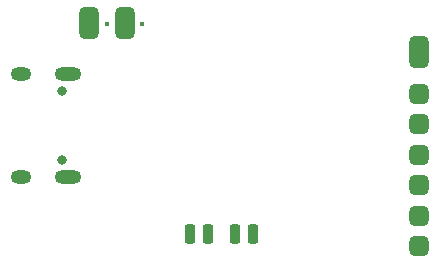
<source format=gbs>
G04*
G04 #@! TF.GenerationSoftware,Altium Limited,Altium Designer,18.1.7 (191)*
G04*
G04 Layer_Color=16711935*
%FSLAX25Y25*%
%MOIN*%
G70*
G01*
G75*
%ADD71O,0.08868X0.04537*%
%ADD72O,0.06899X0.04537*%
%ADD73C,0.03159*%
%ADD74C,0.01600*%
G04:AMPARAMS|DCode=88|XSize=66mil|YSize=36mil|CornerRadius=10.5mil|HoleSize=0mil|Usage=FLASHONLY|Rotation=90.000|XOffset=0mil|YOffset=0mil|HoleType=Round|Shape=RoundedRectangle|*
%AMROUNDEDRECTD88*
21,1,0.06600,0.01500,0,0,90.0*
21,1,0.04500,0.03600,0,0,90.0*
1,1,0.02100,0.00750,0.02250*
1,1,0.02100,0.00750,-0.02250*
1,1,0.02100,-0.00750,-0.02250*
1,1,0.02100,-0.00750,0.02250*
%
%ADD88ROUNDEDRECTD88*%
G04:AMPARAMS|DCode=89|XSize=66mil|YSize=106mil|CornerRadius=18mil|HoleSize=0mil|Usage=FLASHONLY|Rotation=0.000|XOffset=0mil|YOffset=0mil|HoleType=Round|Shape=RoundedRectangle|*
%AMROUNDEDRECTD89*
21,1,0.06600,0.07000,0,0,0.0*
21,1,0.03000,0.10600,0,0,0.0*
1,1,0.03600,0.01500,-0.03500*
1,1,0.03600,-0.01500,-0.03500*
1,1,0.03600,-0.01500,0.03500*
1,1,0.03600,0.01500,0.03500*
%
%ADD89ROUNDEDRECTD89*%
G04:AMPARAMS|DCode=90|XSize=106mil|YSize=66mil|CornerRadius=18mil|HoleSize=0mil|Usage=FLASHONLY|Rotation=90.000|XOffset=0mil|YOffset=0mil|HoleType=Round|Shape=RoundedRectangle|*
%AMROUNDEDRECTD90*
21,1,0.10600,0.03000,0,0,90.0*
21,1,0.07000,0.06600,0,0,90.0*
1,1,0.03600,0.01500,0.03500*
1,1,0.03600,0.01500,-0.03500*
1,1,0.03600,-0.01500,-0.03500*
1,1,0.03600,-0.01500,0.03500*
%
%ADD90ROUNDEDRECTD90*%
G04:AMPARAMS|DCode=91|XSize=66mil|YSize=66mil|CornerRadius=18mil|HoleSize=0mil|Usage=FLASHONLY|Rotation=0.000|XOffset=0mil|YOffset=0mil|HoleType=Round|Shape=RoundedRectangle|*
%AMROUNDEDRECTD91*
21,1,0.06600,0.03000,0,0,0.0*
21,1,0.03000,0.06600,0,0,0.0*
1,1,0.03600,0.01500,-0.01500*
1,1,0.03600,-0.01500,-0.01500*
1,1,0.03600,-0.01500,0.01500*
1,1,0.03600,0.01500,0.01500*
%
%ADD91ROUNDEDRECTD91*%
D71*
X57827Y78028D02*
D03*
Y43972D02*
D03*
D72*
X42079Y78028D02*
D03*
Y43972D02*
D03*
D73*
X55858Y49622D02*
D03*
Y72378D02*
D03*
D74*
X82406Y95000D02*
D03*
X70595D02*
D03*
D88*
X113383Y24900D02*
D03*
X119400D02*
D03*
X104367D02*
D03*
X98350D02*
D03*
D89*
X174800Y85400D02*
D03*
D90*
X76600Y95200D02*
D03*
X64600D02*
D03*
D91*
X174800Y71483D02*
D03*
Y61367D02*
D03*
Y51250D02*
D03*
Y41133D02*
D03*
Y20900D02*
D03*
Y31017D02*
D03*
M02*

</source>
